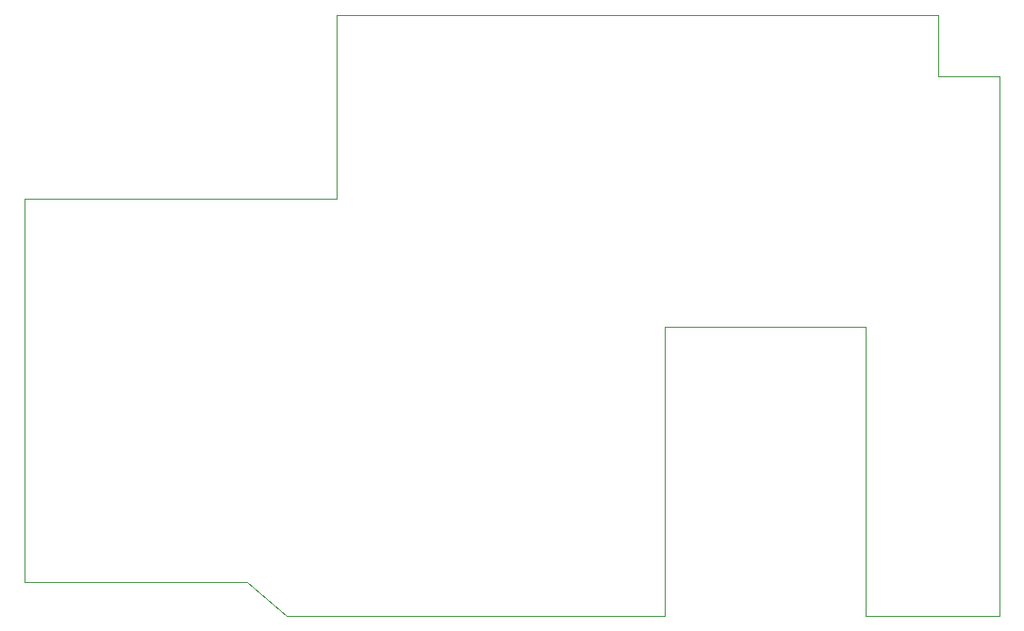
<source format=gbr>
%TF.GenerationSoftware,KiCad,Pcbnew,9.0.7*%
%TF.CreationDate,2026-01-20T13:18:08+01:00*%
%TF.ProjectId,OpenBrewer,4f70656e-4272-4657-9765-722e6b696361,rev?*%
%TF.SameCoordinates,Original*%
%TF.FileFunction,Profile,NP*%
%FSLAX46Y46*%
G04 Gerber Fmt 4.6, Leading zero omitted, Abs format (unit mm)*
G04 Created by KiCad (PCBNEW 9.0.7) date 2026-01-20 13:18:08*
%MOMM*%
%LPD*%
G01*
G04 APERTURE LIST*
%TA.AperFunction,Profile*%
%ADD10C,0.050000*%
%TD*%
G04 APERTURE END LIST*
D10*
X138000000Y-51500000D02*
X138000000Y-68000000D01*
X185500000Y-105500000D02*
X197500000Y-105500000D01*
X138000000Y-68000000D02*
X110000000Y-68000000D01*
X133500000Y-105500000D02*
X167500000Y-105500000D01*
X110000000Y-68000000D02*
X110000000Y-102500000D01*
X197500000Y-105500000D02*
X197500000Y-57000000D01*
X192000000Y-57000000D02*
X192000000Y-51500000D01*
X130000000Y-102500000D02*
X133500000Y-105500000D01*
X185500000Y-79500000D02*
X185500000Y-105500000D01*
X167500000Y-79500000D02*
X185500000Y-79500000D01*
X197500000Y-57000000D02*
X192000000Y-57000000D01*
X192000000Y-51500000D02*
X138000000Y-51500000D01*
X167500000Y-105500000D02*
X167500000Y-79500000D01*
X110000000Y-102500000D02*
X130000000Y-102500000D01*
M02*

</source>
